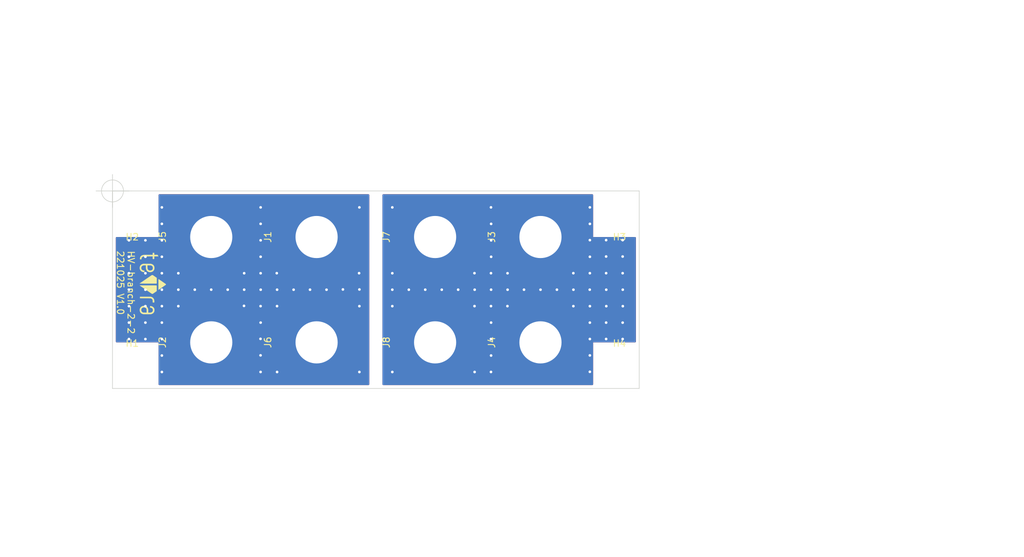
<source format=kicad_pcb>
(kicad_pcb (version 20211014) (generator pcbnew)
  (title_block (title "HV terminal branch 1-2") (date "2022-10-21") (rev "1.0") (company "teTra Aviaton Corp."))
  (layers (0 "F.Cu" signal) (31 "B.Cu" signal) (34 "B.Paste" user) (35 "F.Paste" user) (36 "B.SilkS" user "B.Silkscreen") (37 "F.SilkS" user "F.Silkscreen") (38 "B.Mask" user) (39 "F.Mask" user) (44 "Edge.Cuts" user))
  (net 0 "")
  (net 1 "VBAT+")
  (net 2 "VBAT-")
  (footprint "MountingHole:MountingHole_6.4mm_M6_Pad_TopBottom" (layer "F.Cu") (at 129 83 90)
    (fp_text reference "J8" (at 0 -7.4 90) (layer "F.SilkS"))
    (fp_text value "Conn_01x01_Female_M6_hole")
    (pad "1" thru_hole circle locked (at 0 0 90) (size 6.8 6.8) (drill 6.4) (layers *.Cu *.Mask) (net 2 "VBAT-"))
    (pad "1" connect circle locked (at 0 0 90) (size 12.8 12.8) (layers "F.Cu" "F.Mask") (net 2 "VBAT-"))
    (pad "1" connect circle locked (at 0 0 90) (size 12.8 12.8) (layers "B.Cu" "B.Mask") (net 2 "VBAT-"))
  )
  (footprint "MountingHole:MountingHole_3.2mm_M3_ISO7380" (layer "F.Cu") (at 157 87)
    (fp_text reference "H4" (at 0 -3.85) (layer "F.SilkS"))
    (fp_text value "MountingHole")
    (pad "" np_thru_hole circle locked (at 0 0) (size 3.2 3.2) (drill 3.2) (layers *.Cu *.Mask))
  )
  (footprint "kicad_teTra_footprint:teTra-logo" (layer "F.Cu") (at 85 74 -90)
    (fp_text reference "L1" hide)
    (fp_text value "Logo" hide)
    (fp_poly (pts (xy 0.222252 -3.120726) (xy 0.242807 -3.11161) (xy 0.249856 -3.103173) (xy 0.265607 -3.082082) (xy 0.289159 -3.049632) (xy 0.319611 -3.007114) (xy 0.356061 -2.955823) (xy 0.397609 -2.897051) (xy 0.443353 -2.832092) (xy 0.492393 -2.76224) (xy 0.543827 -2.688787) (xy 0.596753 -2.613027) (xy 0.650272 -2.536253) (xy 0.703481 -2.459758) (xy 0.755479 -2.384836) (xy 0.805366 -2.312781) (xy 0.85224 -2.244884) (xy 0.8952 -2.182441) (xy 0.933345 -2.126743) (xy 0.965773 -2.079084) (xy 0.991585 -2.040758) (xy 1.009877 -2.013058) (xy 1.01975 -1.997277) (xy 1.021149 -1.994568) (xy 1.020872 -1.992342) (xy 1.017586 -1.990376) (xy 1.010326 -1.988654) (xy 0.998124 -1.987158) (xy 0.980015 -1.985874) (xy 0.955032 -1.984786) (xy 0.922209 -1.983879) (xy 0.880579 -1.983135) (xy 0.829176 -1.98254) (xy 0.767035 -1.982077) (xy 0.693188 -1.981732) (xy 0.60667 -1.981488) (xy 0.506513 -1.981328) (xy 0.391753 -1.981239) (xy 0.261422 -1.981203) (xy 0.2032 -1.9812) (xy 0.066404 -1.981216) (xy -0.054429 -1.981276) (xy -0.160272 -1.981396) (xy -0.252097 -1.981592) (xy -0.330874 -1.981881) (xy -0.397576 -1.982278) (xy -0.453173 -1.982801) (xy -0.498638 -1.983466) (xy -0.534942 -1.984289) (xy -0.563056 -1.985286) (xy -0.583952 -1.986475) (xy -0.598601 -1.98787) (xy -0.607975 -1.98949) (xy -0.613046 -1.991349) (xy -0.614785 -1.993465) (xy -0.614589 -1.994985) (xy -0.608335 -2.005799) (xy -0.593377 -2.029017) (xy -0.570606 -2.063351) (xy -0.540914 -2.107514) (xy -0.505193 -2.160217) (xy -0.464333 -2.220172) (xy -0.419226 -2.286091) (xy -0.370765 -2.356684) (xy -0.319839 -2.430665) (xy -0.267341 -2.506745) (xy -0.214162 -2.583635) (xy -0.161193 -2.660047) (xy -0.109327 -2.734693) (xy -0.059454 -2.806285) (xy -0.012466 -2.873535) (xy 0.030745 -2.935154) (xy 0.069289 -2.989854) (xy 0.102273 -3.036346) (xy 0.128806 -3.073343) (xy 0.147997 -3.099556) (xy 0.158954 -3.113698) (xy 0.161029 -3.115821) (xy 0.19027 -3.123589) (xy 0.222252 -3.120726)) (layer "F.SilkS") (width 0.01) (fill solid))
    (fp_poly (pts (xy 2.870026 -1.354216) (xy 2.9022 -1.351201) (xy 2.92378 -1.343765) (xy 2.936878 -1.330499) (xy 2.943607 -1.309993) (xy 2.946078 -1.280838) (xy 2.946406 -1.241625) (xy 2.9464 -1.2319) (xy 2.946227 -1.190026) (xy 2.944245 -1.158948) (xy 2.938259 -1.137059) (xy 2.926073 -1.122749) (xy 2.905491 -1.11441) (xy 2.874319 -1.110433) (xy 2.83036 -1.10921) (xy 2.778845 -1.109134) (xy 2.708949 -1.108099) (xy 2.652433 -1.104588) (xy 2.605848 -1.097987) (xy 2.565744 -1.087684) (xy 2.528671 -1.073067) (xy 2.503103 -1.060172) (xy 2.441985 -1.017606) (xy 2.390238 -0.962224) (xy 2.349447 -0.896247) (xy 2.3212 -0.821899) (xy 2.315111 -0.7969) (xy 2.313001 -0.784267) (xy 2.311142 -0.766838) (xy 2.30952 -0.7436) (xy 2.308121 -0.713541) (xy 2.306928 -0.675646) (xy 2.305928 -0.628902) (xy 2.305106 -0.572296) (xy 2.304447 -0.504815) (xy 2.303936 -0.425446) (xy 2.303559 -0.333175) (xy 2.3033 -0.226989) (xy 2.303145 -0.105874) (xy 2.30308 0.028073) (xy 2.302953 0.182401) (xy 2.302634 0.319817) (xy 2.302123 0.440342) (xy 2.30142 0.543997) (xy 2.300524 0.630803) (xy 2.299435 0.70078) (xy 2.298153 0.753948) (xy 2.296678 0.79033) (xy 2.295009 0.809944) (xy 2.294169 0.813356) (xy 2.288904 0.820371) (xy 2.279982 0.825052) (xy 2.264329 0.827862) (xy 2.238872 0.829262) (xy 2.200537 0.829713) (xy 2.185139 0.829733) (xy 2.138358 0.82917) (xy 2.106113 0.827311) (xy 2.086039 0.823904) (xy 2.075771 0.818698) (xy 2.075126 0.817988) (xy 2.073401 0.811267) (xy 2.071901 0.795078) (xy 2.070621 0.768731) (xy 2.069555 0.731533) (xy 2.068696 0.682796) (xy 2.068039 0.621829) (xy 2.067577 0.54794) (xy 2.067305 0.460439) (xy 2.067217 0.358635) (xy 2.067305 0.241838) (xy 2.067565 0.109358) (xy 2.067896 -0.009629) (xy 2.070415 -0.8255) (xy 2.089859 -0.888768) (xy 2.128741 -0.989362) (xy 2.179968 -1.078887) (xy 2.243096 -1.156811) (xy 2.317683 -1.222601) (xy 2.403286 -1.275725) (xy 2.417233 -1.282656) (xy 2.46722 -1.304996) (xy 2.514929 -1.322041) (xy 2.564125 -1.334548) (xy 2.618577 -1.343274) (xy 2.68205 -1.348976) (xy 2.75831 -1.352411) (xy 2.765442 -1.352621) (xy 2.825144 -1.35422) (xy 2.870026 -1.354216)) (layer "F.SilkS") (width 0.01) (fill solid))
    (fp_poly (pts (xy 1.409899 -1.437874) (xy 1.452895 -1.375668) (xy 1.493309 -1.316949) (xy 1.530016 -1.263368) (xy 1.561894 -1.216576) (xy 1.58782 -1.178223) (xy 1.606669 -1.149959) (xy 1.61732 -1.133435) (xy 1.618779 -1.130957) (xy 1.635476 -1.084525) (xy 1.638507 -1.034451) (xy 1.632318 -1.001626) (xy 1.626532 -0.991174) (xy 1.611926 -0.967946) (xy 1.589176 -0.932934) (xy 1.55896 -0.887129) (xy 1.521955 -0.831522) (xy 1.478836 -0.767106) (xy 1.430282 -0.694872) (xy 1.376968 -0.615811) (xy 1.319572 -0.530915) (xy 1.25877 -0.441176) (xy 1.195239 -0.347585) (xy 1.129656 -0.251134) (xy 1.062698 -0.152814) (xy 0.995042 -0.053617) (xy 0.927364 0.045465) (xy 0.860342 0.143442) (xy 0.794651 0.23932) (xy 0.73097 0.33211) (xy 0.669974 0.420818) (xy 0.61234 0.504455) (xy 0.558746 0.582027) (xy 0.509868 0.652544) (xy 0.466383 0.715013) (xy 0.428968 0.768444) (xy 0.398299 0.811845) (xy 0.375053 0.844223) (xy 0.359908 0.864589) (xy 0.35354 0.871949) (xy 0.353483 0.871959) (xy 0.352754 0.86366) (xy 0.352049 0.839356) (xy 0.351372 0.799977) (xy 0.350728 0.746451) (xy 0.350122 0.679709) (xy 0.349558 0.600677) (xy 0.349041 0.510287) (xy 0.348576 0.409466) (xy 0.348168 0.299143) (xy 0.34782 0.180248) (xy 0.347538 0.053709) (xy 0.347327 -0.079544) (xy 0.347191 -0.218583) (xy 0.347134 -0.362478) (xy 0.347133 -0.388203) (xy 0.347177 -0.576713) (xy 0.347309 -0.748707) (xy 0.347534 -0.904601) (xy 0.347854 -1.044813) (xy 0.348272 -1.169758) (xy 0.348792 -1.279855) (xy 0.349415 -1.375519) (xy 0.350146 -1.457168) (xy 0.350988 -1.525219) (xy 0.351942 -1.580087) (xy 0.353014 -1.622191) (xy 0.354204 -1.651947) (xy 0.355517 -1.669771) (xy 0.35649 -1.675315) (xy 0.367488 -1.696481) (xy 0.38103 -1.710279) (xy 0.381334 -1.710446) (xy 0.393472 -1.712396) (xy 0.421529 -1.714122) (xy 0.464493 -1.715605) (xy 0.521349 -1.716824) (xy 0.591086 -1.71776) (xy 0.672689 -1.718394) (xy 0.765147 -1.718704) (xy 0.806092 -1.718733) (xy 1.215364 -1.718733) (xy 1.409899 -1.437874)) (layer "F.SilkS") (width 0.01) (fill solid))
    (fp_poly (pts (xy 4.097867 -1.37521) (xy 4.149836 -1.374888) (xy 4.188916 -1.373785) (xy 4.219149 -1.37144) (xy 4.244577 -1.367391) (xy 4.26924 -1.361174) (xy 4.296833 -1.352443) (xy 4.391341 -1.312737) (xy 4.474708 -1.260313) (xy 4.54697 -1.195136) (xy 4.608161 -1.117167) (xy 4.658318 -1.026369) (xy 4.696217 -0.926785) (xy 4.719804 -0.8509) (xy 4.722498 -0.293904) (xy 4.723002 -0.17975) (xy 4.723315 -0.081175) (xy 4.723414 0.003175) (xy 4.723276 0.074653) (xy 4.722879 0.134612) (xy 4.7222 0.184407) (xy 4.721217 0.225391) (xy 4.719906 0.258918) (xy 4.718246 0.286341) (xy 4.716212 0.309013) (xy 4.713784 0.328289) (xy 4.711883 0.340218) (xy 4.686637 0.441823) (xy 4.647873 0.53548) (xy 4.59661 0.619958) (xy 4.533867 0.694025) (xy 4.460662 0.756451) (xy 4.378012 0.806004) (xy 4.301067 0.837091) (xy 4.198977 0.861417) (xy 4.093567 0.870265) (xy 3.988985 0.863292) (xy 3.9878 0.863118) (xy 3.889698 0.840484) (xy 3.797888 0.80314) (xy 3.714002 0.752259) (xy 3.639675 0.689018) (xy 3.576542 0.614592) (xy 3.527028 0.531773) (xy 3.499278 0.470379) (xy 3.47941 0.413472) (xy 3.465514 0.354289) (xy 3.455682 0.286069) (xy 3.454421 0.274463) (xy 3.452822 0.235699) (xy 3.686093 0.235699) (xy 3.686673 0.242916) (xy 3.701295 0.330694) (xy 3.728292 0.409016) (xy 3.766926 0.476892) (xy 3.816459 0.53333) (xy 3.876152 0.57734) (xy 3.945267 0.607931) (xy 3.9624 0.61296) (xy 4.015545 0.622466) (xy 4.076741 0.625994) (xy 4.139095 0.623636) (xy 4.195712 0.615485) (xy 4.218961 0.609501) (xy 4.255619 0.595689) (xy 4.292818 0.57777) (xy 4.315102 0.564454) (xy 4.356324 0.529272) (xy 4.396071 0.482846) (xy 4.43022 0.430655) (xy 4.454037 0.379861) (xy 4.459667 0.363709) (xy 4.46415 0.348) (xy 4.467646 0.330554) (xy 4.470316 0.30919) (xy 4.472321 0.281727) (xy 4.473822 0.245985) (xy 4.474978 0.199783) (xy 4.475951 0.14094) (xy 4.47687 0.06985) (xy 4.479984 -0.186267) (xy 4.248371 -0.186267) (xy 4.169911 -0.186026) (xy 4.106008 -0.185103) (xy 4.054289 -0.183196) (xy 4.01238 -0.180003) (xy 3.97791 -0.175222) (xy 3.948505 -0.168552) (xy 3.921792 -0.15969) (xy 3.895399 -0.148336) (xy 3.876231 -0.138939) (xy 3.818249 -0.10036) (xy 3.769227 -0.049099) (xy 3.730332 0.01249) (xy 3.702733 0.082055) (xy 3.687598 0.157242) (xy 3.686093 0.235699) (xy 3.452822 0.235699) (xy 3.450994 0.191403) (xy 3.456931 0.105999) (xy 3.471597 0.02601) (xy 3.476114 0.009281) (xy 3.507604 -0.07258) (xy 3.55274 -0.151215) (xy 3.608999 -0.22357) (xy 3.673858 -0.286585) (xy 3.744793 -0.337205) (xy 3.776133 -0.354202) (xy 3.81522 -0.372784) (xy 3.850805 -0.387858) (xy 3.885353 -0.39983) (xy 3.921325 -0.409103) (xy 3.961185 -0.416081) (xy 4.007397 -0.42117) (xy 4.062424 -0.424773) (xy 4.128728 -0.427295) (xy 4.208772 -0.42914) (xy 4.23545 -0.429616) (xy 4.487333 -0.433909) (xy 4.487333 -0.592977) (xy 4.486349 -0.674478) (xy 4.483111 -0.74202) (xy 4.477195 -0.798476) (xy 4.468174 -0.846723) (xy 4.455622 -0.889633) (xy 4.439115 -0.930082) (xy 4.436605 -0.935417) (xy 4.397052 -0.999409) (xy 4.345578 -1.052889) (xy 4.28433 -1.094769) (xy 4.215455 -1.123959) (xy 4.141101 -1.139371) (xy 4.063416 -1.139915) (xy 4.039181 -1.136924) (xy 3.962868 -1.117371) (xy 3.896213 -1.084062) (xy 3.83959 -1.037404) (xy 3.793374 -0.977805) (xy 3.757938 -0.90567) (xy 3.733657 -0.821406) (xy 3.729789 -0.80093) (xy 3.722975 -0.766007) (xy 3.715818 -0.73684) (xy 3.709491 -0.717958) (xy 3.707332 -0.714147) (xy 3.695218 -0.709436) (xy 3.670466 -0.705888) (xy 3.637335 -0.703566) (xy 3.600085 -0.702534) (xy 3.562977 -0.702855) (xy 3.530268 -0.704592) (xy 3.50622 -0.707808) (xy 3.496733 -0.711027) (xy 3.488338 -0.725606) (xy 3.485317 -0.753208) (xy 3.487179 -0.790972) (xy 3.49343 -0.836034) (xy 3.50358 -0.885534) (xy 3.517137 -0.936609) (xy 3.53361 -0.986396) (xy 3.551513 -1.029899) (xy 3.601158 -1.120724) (xy 3.660035 -1.197608) (xy 3.728953 -1.261302) (xy 3.808723 -1.312556) (xy 3.898981 -1.351711) (xy 3.92627 -1.360866) (xy 3.949835 -1.367301) (xy 3.973647 -1.371485) (xy 4.001675 -1.373887) (xy 4.037891 -1.374976) (xy 4.086266 -1.375222) (xy 4.097867 -1.37521)) (layer "F.SilkS") (width 0.01) (fill solid))
    (fp_poly (pts (xy -4.075655 -1.951197) (xy -4.074288 -1.950417) (xy -4.070408 -1.946757) (xy -4.067252 -1.940045) (xy -4.064728 -1.928602) (xy -4.062744 -1.91075) (xy -4.061209 -1.884808) (xy -4.06003 -1.849099) (xy -4.059116 -1.801943) (xy -4.058375 -1.741661) (xy -4.057716 -1.666575) (xy -4.057542 -1.64373) (xy -4.055317 -1.3462) (xy -3.869639 -1.3462) (xy -3.804298 -1.346261) (xy -3.753939 -1.345719) (xy -3.716618 -1.343488) (xy -3.69039 -1.338479) (xy -3.673311 -1.329607) (xy -3.663436 -1.315784) (xy -3.65882 -1.295923) (xy -3.65752 -1.268938) (xy -3.657591 -1.233741) (xy -3.6576 -1.227667) (xy -3.65749 -1.191173) (xy -3.658452 -1.163038) (xy -3.662431 -1.142179) (xy -3.671369 -1.127512) (xy -3.687206 -1.117953) (xy -3.711887 -1.112418) (xy -3.747354 -1.109825) (xy -3.795548 -1.10909) (xy -3.858413 -1.109128) (xy -3.870077 -1.109133) (xy -4.056194 -1.109133) (xy -4.053327 -0.42545) (xy -4.052778 -0.300504) (xy -4.052227 -0.191323) (xy -4.051648 -0.096741) (xy -4.051012 -0.01559) (xy -4.050292 0.053298) (xy -4.049459 0.111089) (xy -4.048487 0.158952) (xy -4.047348 0.198053) (xy -4.046013 0.229561) (xy -4.044455 0.254642) (xy -4.042647 0.274463) (xy -4.04056 0.290194) (xy -4.038166 0.303) (xy -4.035773 0.312819) (xy -4.007667 0.393733) (xy -3.970513 0.460605) (xy -3.923934 0.513936) (xy -3.867551 0.554229) (xy -3.846088 0.565044) (xy -3.815624 0.57694) (xy -3.783228 0.584593) (xy -3.742935 0.589197) (xy -3.717605 0.590747) (xy -3.681353 0.59334) (xy -3.651025 0.596965) (xy -3.630942 0.601034) (xy -3.62585 0.603231) (xy -3.621078 0.61531) (xy -3.617642 0.640069) (xy -3.615552 0.673309) (xy -3.614816 0.710829) (xy -3.615441 0.74843) (xy -3.617437 0.781911) (xy -3.62081 0.807071) (xy -3.625427 0.819573) (xy -3.640119 0.825296) (xy -3.667736 0.828625) (xy -3.704457 0.829664) (xy -3.746458 0.828519) (xy -3.789918 0.825295) (xy -3.831014 0.820097) (xy -3.865923 0.81303) (xy -3.866202 0.812957) (xy -3.956476 0.781233) (xy -4.036371 0.736166) (xy -4.105809 0.677849) (xy -4.164715 0.606378) (xy -4.213013 0.521848) (xy -4.250624 0.424352) (xy -4.277474 0.313986) (xy -4.279679 0.301574) (xy -4.282117 0.285141) (xy -4.284239 0.265347) (xy -4.286066 0.241013) (xy -4.287617 0.210957) (xy -4.288913 0.173998) (xy -4.289976 0.128955) (xy -4.290826 0.074646) (xy -4.291482 0.009891) (xy -4.291966 -0.066491) (xy -4.292299 -0.155682) (xy -4.2925 -0.258863) (xy -4.29259 -0.377215) (xy -4.2926 -0.441376) (xy -4.2926 -1.109133) (xy -4.43182 -1.109133) (xy -4.488596 -1.109223) (xy -4.53065 -1.110544) (xy -4.560188 -1.114676) (xy -4.579419 -1.123201) (xy -4.590548 -1.137697) (xy -4.595784 -1.159745) (xy -4.597333 -1.190926) (xy -4.5974 -1.227667) (xy -4.597276 -1.268311) (xy -4.595431 -1.298416) (xy -4.589658 -1.319561) (xy -4.57775 -1.333328) (xy -4.5575 -1.341295) (xy -4.5267 -1.345043) (xy -4.483144 -1.346152) (xy -4.43182 -1.3462) (xy -4.2926 -1.3462) (xy -4.2926 -1.844228) (xy -4.268715 -1.864031) (xy -4.250775 -1.876275) (xy -4.222147 -1.892944) (xy -4.187524 -1.91138) (xy -4.16682 -1.921704) (xy -4.129158 -1.939317) (xy -4.103342 -1.949505) (xy -4.086474 -1.953165) (xy -4.075655 -1.951197)) (layer "F.SilkS") (width 0.01) (fill solid))
    (fp_poly (pts (xy 0.047305 -1.699211) (xy 0.067733 -1.675456) (xy 0.067733 -0.397461) (xy 0.067691 -0.251777) (xy 0.067566 -0.110779) (xy 0.067365 0.024612) (xy 0.067091 0.153471) (xy 0.06675 0.274878) (xy 0.066345 0.387908) (xy 0.065883 0.491639) (xy 0.065366 0.585149) (xy 0.064801 0.667515) (xy 0.064192 0.737815) (xy 0.063544 0.795126) (xy 0.06286 0.838524) (xy 0.062147 0.867089) (xy 0.061409 0.879896) (xy 0.061202 0.880533) (xy 0.055705 0.873683) (xy 0.041207 0.853675) (xy 0.018271 0.821323) (xy -0.012537 0.777442) (xy -0.050653 0.722847) (xy -0.095512 0.658351) (xy -0.146551 0.584769) (xy -0.203203 0.502915) (xy -0.264904 0.413604) (xy -0.331091 0.31765) (xy -0.401197 0.215868) (xy -0.474659 0.109071) (xy -0.550912 -0.001926) (xy -0.577736 -0.041004) (xy -0.65499 -0.153655) (xy -0.729668 -0.2627) (xy -0.8012 -0.367298) (xy -0.869016 -0.46661) (xy -0.932546 -0.559796) (xy -0.991219 -0.646017) (xy -1.044467 -0.724432) (xy -1.091718 -0.794203) (xy -1.132403 -0.854488) (xy -1.165951 -0.904448) (xy -1.191793 -0.943244) (xy -1.209359 -0.970035) (xy -1.218078 -0.983982) (xy -1.218904 -0.985589) (xy -1.226565 -1.023282) (xy -1.225586 -1.066986) (xy -1.216447 -1.10845) (xy -1.210967 -1.121833) (xy -1.202621 -1.136104) (xy -1.18569 -1.162547) (xy -1.161311 -1.199472) (xy -1.130621 -1.245188) (xy -1.094759 -1.298004) (xy -1.054862 -1.35623) (xy -1.012067 -1.418173) (xy -0.99737 -1.439333) (xy -0.8001 -1.722967) (xy 0.026877 -1.722967) (xy 0.047305 -1.699211)) (layer "F.SilkS") (width 0.01) (fill solid))
    (fp_poly (pts (xy -2.218867 -1.37351) (xy -2.122643 -1.355103) (xy -2.031825 -1.322792) (xy -1.947809 -1.277112) (xy -1.871992 -1.218599) (xy -1.805768 -1.147786) (xy -1.750534 -1.06521) (xy -1.735793 -1.037167) (xy -1.701447 -0.955111) (xy -1.678918 -0.87025) (xy -1.667287 -0.778344) (xy -1.665133 -0.7112) (xy -1.667199 -0.638309) (xy -1.674341 -0.576128) (xy -1.687852 -0.518859) (xy -1.709027 -0.460707) (xy -1.732535 -0.409284) (xy -1.782813 -0.324988) (xy -1.845635 -0.251553) (xy -1.919926 -0.189778) (xy -2.004608 -0.140461) (xy -2.098608 -0.104402) (xy -2.164643 -0.088365) (xy -2.193459 -0.08413) (xy -2.231415 -0.080876) (xy -2.280226 -0.078532) (xy -2.341605 -0.077029) (xy -2.417268 -0.076298) (xy -2.464545 -0.0762) (xy -2.700867 -0.0762) (xy -2.700571 0.074083) (xy -2.698842 0.164577) (xy -2.693648 0.241047) (xy -2.684401 0.306158) (xy -2.67051 0.362572) (xy -2.651388 0.412955) (xy -2.626445 0.45997) (xy -2.609433 0.486231) (xy -2.577861 0.522045) (xy -2.53499 0.556802) (xy -2.486235 0.586729) (xy -2.43701 0.608056) (xy -2.432466 0.609509) (xy -2.371991 0.622383) (xy -2.305388 0.626926) (xy -2.239351 0.623149) (xy -2.180572 0.611065) (xy -2.174252 0.609033) (xy -2.103699 0.576665) (xy -2.042726 0.530736) (xy -1.992028 0.472102) (xy -1.952302 0.401617) (xy -1.924243 0.320137) (xy -1.918387 0.294573) (xy -1.911835 0.25885) (xy -1.907064 0.225619) (xy -1.905019 0.201559) (xy -1.905 0.199928) (xy -1.903214 0.177501) (xy -1.896176 0.161917) (xy -1.881368 0.151978) (xy -1.856269 0.146481) (xy -1.818361 0.144228) (xy -1.78748 0.143933) (xy -1.739462 0.144338) (xy -1.705969 0.146904) (xy -1.68459 0.153653) (xy -1.672918 0.166612) (xy -1.668544 0.187805) (xy -1.66906 0.219255) (xy -1.670592 0.242178) (xy -1.68544 0.348646) (xy -1.713895 0.449868) (xy -1.755008 0.54387) (xy -1.807833 0.628674) (xy -1.871423 0.702306) (xy -1.90619 0.73368) (xy -1.951028 0.765692) (xy -2.005988 0.797281) (xy -2.064507 0.825125) (xy -2.120023 0.845902) (xy -2.137833 0.850967) (xy -2.181928 0.859185) (xy -2.236481 0.864931) (xy -2.295158 0.867919) (xy -2.351625 0.867861) (xy -2.399549 0.864472) (xy -2.408528 0.863217) (xy -2.508409 0.839445) (xy -2.600009 0.8012) (xy -2.682584 0.749174) (xy -2.755387 0.684058) (xy -2.817674 0.606543) (xy -2.868699 0.517322) (xy -2.907716 0.417085) (xy -2.914594 0.3937) (xy -2.918293 0.380085) (xy -2.921473 0.366932) (xy -2.924174 0.352909) (xy -2.926435 0.336681) (xy -2.928296 0.316914) (xy -2.929796 0.292276) (xy -2.930975 0.261433) (xy -2.931872 0.22305) (xy -2.932528 0.175794) (xy -2.93298 0.118332) (xy -2.93327 0.04933) (xy -2.933437 -0.032547) (xy -2.93352 -0.12863) (xy -2.933559 -0.240255) (xy -2.93356 -0.245534) (xy -2.93357 -0.313267) (xy -2.702581 -0.313267) (xy -2.486569 -0.313267) (xy -2.403064 -0.31371) (xy -2.334899 -0.315084) (xy -2.280504 -0.317458) (xy -2.238309 -0.320899) (xy -2.207153 -0.325398) (xy -2.128062 -0.348037) (xy -2.060035 -0.383446) (xy -2.00334 -0.431383) (xy -1.958244 -0.491604) (xy -1.925014 -0.563869) (xy -1.917453 -0.587674) (xy -1.908523 -0.635569) (xy -1.905161 -0.693597) (xy -1.907092 -0.756001) (xy -1.914036 -0.817022) (xy -1.925717 -0.870901) (xy -1.932047 -0.890228) (xy -1.967353 -0.962468) (xy -2.014807 -1.024074) (xy -2.073068 -1.07365) (xy -2.140793 -1.109797) (xy -2.144444 -1.111243) (xy -2.18724 -1.123065) (xy -2.240512 -1.130659) (xy -2.298279 -1.133786) (xy -2.35456 -1.132209) (xy -2.403374 -1.125691) (xy -2.417884 -1.122113) (xy -2.491121 -1.094028) (xy -2.55265 -1.054973) (xy -2.60337 -1.003998) (xy -2.64418 -0.940156) (xy -2.675978 -0.8625) (xy -2.681756 -0.843799) (xy -2.685959 -0.824905) (xy -2.689438 -0.79839) (xy -2.692294 -0.762493) (xy -2.694632 -0.715451) (xy -2.696555 -0.655503) (xy -2.698166 -0.580886) (xy -2.698582 -0.556683) (xy -2.702581 -0.313267) (xy -2.93357 -0.313267) (xy -2.933577 -0.357908) (xy -2.933542 -0.454696) (xy -2.933416 -0.537245) (xy -2.93316 -0.606901) (xy -2.932736 -0.665013) (xy -2.932105 -0.712926) (xy -2.931226 -0.751988) (xy -2.930062 -0.783546) (xy -2.928574 -0.808946) (xy -2.926722 -0.829537) (xy -2.924467 -0.846665) (xy -2.921771 -0.861676) (xy -2.918595 -0.875919) (xy -2.914899 -0.890739) (xy -2.914891 -0.890772) (xy -2.881203 -0.993825) (xy -2.835781 -1.086027) (xy -2.779257 -1.166643) (xy -2.712267 -1.234943) (xy -2.635444 -1.290193) (xy -2.549423 -1.331662) (xy -2.526024 -1.339965) (xy -2.421954 -1.366477) (xy -2.319103 -1.37748) (xy -2.218867 -1.37351)) (layer "F.SilkS") (width 0.01) (fill solid))
  )
  (footprint "MountingHole:MountingHole_3.2mm_M3_ISO7380" (layer "F.Cu") (at 83 87)
    (fp_text reference "H1" (at 0 -3.85) (layer "F.SilkS"))
    (fp_text value "MountingHole")
    (pad "" np_thru_hole circle locked (at 0 0) (size 3.2 3.2) (drill 3.2) (layers *.Cu *.Mask))
  )
  (footprint "MountingHole:MountingHole_6.4mm_M6_Pad_TopBottom" (layer "F.Cu") (at 95 67 90)
    (fp_text reference "J5" (at 0 -7.4 90) (layer "F.SilkS"))
    (fp_text value "Conn_01x01_Female_M6_hole")
    (pad "1" connect circle locked (at 0 0 90) (size 12.8 12.8) (layers "B.Cu" "B.Mask") (net 1 "VBAT+"))
    (pad "1" connect circle locked (at 0 0 90) (size 12.8 12.8) (layers "F.Cu" "F.Mask") (net 1 "VBAT+"))
    (pad "1" thru_hole circle locked (at 0 0 90) (size 6.8 6.8) (drill 6.4) (layers *.Cu *.Mask) (net 1 "VBAT+"))
  )
  (footprint "MountingHole:MountingHole_3.2mm_M3_ISO7380" (layer "F.Cu") (at 83 63)
    (fp_text reference "H2" (at 0 4) (layer "F.SilkS"))
    (fp_text value "MountingHole")
    (pad "" np_thru_hole circle locked (at 0 0) (size 3.2 3.2) (drill 3.2) (layers *.Cu *.Mask))
  )
  (footprint "MountingHole:MountingHole_6.4mm_M6_Pad_TopBottom" (layer "F.Cu") (at 111 67 90)
    (fp_text reference "J1" (at 0 -7.4 90) (layer "F.SilkS"))
    (fp_text value "Conn_01x01_Female_M6_hole")
    (pad "1" thru_hole circle locked (at 0 0 90) (size 6.8 6.8) (drill 6.4) (layers *.Cu *.Mask) (net 1 "VBAT+"))
    (pad "1" connect circle locked (at 0 0 90) (size 12.8 12.8) (layers "F.Cu" "F.Mask") (net 1 "VBAT+"))
    (pad "1" connect circle locked (at 0 0 90) (size 12.8 12.8) (layers "B.Cu" "B.Mask") (net 1 "VBAT+"))
  )
  (footprint "MountingHole:MountingHole_6.4mm_M6_Pad_TopBottom" (layer "F.Cu") (at 145 83 90)
    (fp_text reference "J4" (at 0 -7.4 90) (layer "F.SilkS"))
    (fp_text value "Conn_01x01_Female_M6_hole")
    (pad "1" connect circle locked (at 0 0 90) (size 12.8 12.8) (layers "F.Cu" "F.Mask") (net 2 "VBAT-"))
    (pad "1" thru_hole circle locked (at 0 0 90) (size 6.8 6.8) (drill 6.4) (layers *.Cu *.Mask) (net 2 "VBAT-"))
    (pad "1" connect circle locked (at 0 0 90) (size 12.8 12.8) (layers "B.Cu" "B.Mask") (net 2 "VBAT-"))
  )
  (footprint "MountingHole:MountingHole_6.4mm_M6_Pad_TopBottom" (layer "F.Cu") (at 95 83 90)
    (fp_text reference "J2" (at 0 -7.4 90) (layer "F.SilkS"))
    (fp_text value "Conn_01x01_Female_M6_hole")
    (pad "1" connect circle locked (at 0 0 90) (size 12.8 12.8) (layers "B.Cu" "B.Mask") (net 1 "VBAT+"))
    (pad "1" thru_hole circle locked (at 0 0 90) (size 6.8 6.8) (drill 6.4) (layers *.Cu *.Mask) (net 1 "VBAT+"))
    (pad "1" connect circle locked (at 0 0 90) (size 12.8 12.8) (layers "F.Cu" "F.Mask") (net 1 "VBAT+"))
  )
  (footprint "MountingHole:MountingHole_6.4mm_M6_Pad_TopBottom" (layer "F.Cu") (at 145 67 90)
    (fp_text reference "J3" (at 0 -7.4 90) (layer "F.SilkS"))
    (fp_text value "Conn_01x01_Female_M6_hole")
    (pad "1" connect circle locked (at 0 0 90) (size 12.8 12.8) (layers "B.Cu" "B.Mask") (net 2 "VBAT-"))
    (pad "1" thru_hole circle locked (at 0 0 90) (size 6.8 6.8) (drill 6.4) (layers *.Cu *.Mask) (net 2 "VBAT-"))
    (pad "1" connect circle locked (at 0 0 90) (size 12.8 12.8) (layers "F.Cu" "F.Mask") (net 2 "VBAT-"))
  )
  (footprint "MountingHole:MountingHole_6.4mm_M6_Pad_TopBottom" (layer "F.Cu") (at 111 83 90)
    (fp_text reference "J6" (at 0 -7.4 90) (layer "F.SilkS"))
    (fp_text value "Conn_01x01_Female_M6_hole")
    (pad "1" thru_hole circle locked (at 0 0 90) (size 6.8 6.8) (drill 6.4) (layers *.Cu *.Mask) (net 1 "VBAT+"))
    (pad "1" connect circle locked (at 0 0 90) (size 12.8 12.8) (layers "B.Cu" "B.Mask") (net 1 "VBAT+"))
    (pad "1" connect circle locked (at 0 0 90) (size 12.8 12.8) (layers "F.Cu" "F.Mask") (net 1 "VBAT+"))
  )
  (footprint "MountingHole:MountingHole_3.2mm_M3_ISO7380" (layer "F.Cu") (at 157 63)
    (fp_text reference "H3" (at 0 4) (layer "F.SilkS"))
    (fp_text value "MountingHole")
    (pad "" np_thru_hole circle locked (at 0 0) (size 3.2 3.2) (drill 3.2) (layers *.Cu *.Mask))
  )
  (footprint "MountingHole:MountingHole_6.4mm_M6_Pad_TopBottom" (layer "F.Cu") (at 129 67 90)
    (fp_text reference "J7" (at 0 -7.4 90) (layer "F.SilkS"))
    (fp_text value "Conn_01x01_Female_M6_hole")
    (pad "1" connect circle locked (at 0 0 90) (size 12.8 12.8) (layers "F.Cu" "F.Mask") (net 2 "VBAT-"))
    (pad "1" connect circle locked (at 0 0 90) (size 12.8 12.8) (layers "B.Cu" "B.Mask") (net 2 "VBAT-"))
    (pad "1" thru_hole circle locked (at 0 0 90) (size 6.8 6.8) (drill 6.4) (layers *.Cu *.Mask) (net 2 "VBAT-"))
  )
  (gr_line (start 160 90) (end 160 60) (layer "Edge.Cuts") (width 0.1))
  (gr_line (start 80 60) (end 160 60) (layer "Edge.Cuts") (width 0.1))
  (gr_line (start 80 60) (end 80 90) (layer "Edge.Cuts") (width 0.1))
  (gr_line (start 80 90) (end 160 90) (layer "Edge.Cuts") (width 0.1))
  (gr_text "HV-branch-2-2\n221025 V1.0" (at 82 69 270) (layer "F.SilkS") (effects (font (size 1 1)) (justify left)))
  (target plus (at 80 60) (size 5) (width 0.1) (layer "Edge.Cuts"))
  (segment (start 111 83) (end 111 67) (width 6) (layer "F.Cu") (net 1))
  (segment (start 95 83) (end 95 67) (width 6) (layer "F.Cu") (net 1))
  (segment (start 95 83) (end 111 83) (width 6) (layer "F.Cu") (net 1))
  (segment (start 111 67) (end 95 67) (width 6) (layer "F.Cu") (net 1))
  (via (at 87.5 65) (size 0.8) (drill 0.4) (layers "F.Cu" "B.Cu") (net 1))
  (via (at 107.507993 75.00379) (size 0.8) (drill 0.4) (layers "F.Cu" "B.Cu") (net 1))
  (via (at 87.5 87.5) (size 0.8) (drill 0.4) (layers "F.Cu" "B.Cu") (net 1))
  (via (at 85 82.5) (size 0.8) (drill 0.4) (layers "F.Cu" "B.Cu") (net 1))
  (via (at 114.996248 74.964918) (size 0.8) (drill 0.4) (layers "F.Cu" "B.Cu") (net 1))
  (via (at 102.480423 82.468903) (size 0.8) (drill 0.4) (layers "F.Cu" "B.Cu") (net 1))
  (via (at 102.5 80) (size 0.8) (drill 0.4) (layers "F.Cu" "B.Cu") (net 1))
  (via (at 102.492007 77.49621) (size 0.8) (drill 0.4) (layers "F.Cu" "B.Cu") (net 1))
  (via (at 87.5 82.5) (size 0.8) (drill 0.4) (layers "F.Cu" "B.Cu") (net 1))
  (via (at 85 70) (size 0.8) (drill 0.4) (layers "F.Cu" "B.Cu") (net 1))
  (via (at 87.5 67.5) (size 0.8) (drill 0.4) (layers "F.Cu" "B.Cu") (net 1))
  (via (at 102.492007 87.49621) (size 0.8) (drill 0.4) (layers "F.Cu" "B.Cu") (net 1))
  (via (at 102.5 65) (size 0.8) (drill 0.4) (layers "F.Cu" "B.Cu") (net 1))
  (via (at 82.5 67.5) (size 0.8) (drill 0.4) (layers "F.Cu" "B.Cu") (net 1))
  (via (at 85 72.5) (size 0.8) (drill 0.4) (layers "F.Cu" "B.Cu") (net 1))
  (via (at 117.5 87.5) (size 0.8) (drill 0.4) (layers "F.Cu" "B.Cu") (net 1))
  (via (at 102.5 70) (size 0.8) (drill 0.4) (layers "F.Cu" "B.Cu") (net 1))
  (via (at 87.5 62.5) (size 0.8) (drill 0.4) (layers "F.Cu" "B.Cu") (net 1))
  (via (at 82.5 77.5) (size 0.8) (drill 0.4) (layers "F.Cu" "B.Cu") (net 1))
  (via (at 102.488416 84.972693) (size 0.8) (drill 0.4) (layers "F.Cu" "B.Cu") (net 1))
  (via (at 105 75) (size 0.8) (drill 0.4) (layers "F.Cu" "B.Cu") (net 1))
  (via (at 87.5 85) (size 0.8) (drill 0.4) (layers "F.Cu" "B.Cu") (net 1))
  (via (at 85 75) (size 0.8) (drill 0.4) (layers "F.Cu" "B.Cu") (net 1))
  (via (at 100 72.5) (size 0.8) (drill 0.4) (layers "F.Cu" "B.Cu") (net 1))
  (via (at 99.974867 77.457791) (size 0.8) (drill 0.4) (layers "F.Cu" "B.Cu") (net 1))
  (via (at 104.949374 72.492625) (size 0.8) (drill 0.4) (layers "F.Cu" "B.Cu") (net 1))
  (via (at 82.5 70) (size 0.8) (drill 0.4) (layers "F.Cu" "B.Cu") (net 1))
  (via (at 117.5 77.5) (size 0.8) (drill 0.4) (layers "F.Cu" "B.Cu") (net 1))
  (via (at 87.5 80) (size 0.8) (drill 0.4) (layers "F.Cu" "B.Cu") (net 1))
  (via (at 104.992007 77.49621) (size 0.8) (drill 0.4) (layers "F.Cu" "B.Cu") (net 1))
  (via (at 82.5 80) (size 0.8) (drill 0.4) (layers "F.Cu" "B.Cu") (net 1))
  (via (at 87.5 77.5) (size 0.8) (drill 0.4) (layers "F.Cu" "B.Cu") (net 1))
  (via (at 94.992007 74.99621) (size 0.8) (drill 0.4) (layers "F.Cu" "B.Cu") (net 1))
  (via (at 102.507993 75.00379) (size 0.8) (drill 0.4) (layers "F.Cu" "B.Cu") (net 1))
  (via (at 92.5 75) (size 0.8) (drill 0.4) (layers "F.Cu" "B.Cu") (net 1))
  (via (at 82.5 82.5) (size 0.8) (drill 0.4) (layers "F.Cu" "B.Cu") (net 1))
  (via (at 117.5 62.5) (size 0.8) (drill 0.4) (layers "F.Cu" "B.Cu") (net 1))
  (via (at 90 75) (size 0.8) (drill 0.4) (layers "F.Cu" "B.Cu") (net 1))
  (via (at 117.504241 74.968708) (size 0.8) (drill 0.4) (layers "F.Cu" "B.Cu") (net 1))
  (via (at 87.5 72.5) (size 0.8) (drill 0.4) (layers "F.Cu" "B.Cu") (net 1))
  (via (at 82.5 72.5) (size 0.8) (drill 0.4) (layers "F.Cu" "B.Cu") (net 1))
  (via (at 110 75) (size 0.8) (drill 0.4) (layers "F.Cu" "B.Cu") (net 1))
  (via (at 105 87.5) (size 0.8) (drill 0.4) (layers "F.Cu" "B.Cu") (net 1))
  (via (at 112.507993 75.00379) (size 0.8) (drill 0.4) (layers "F.Cu" "B.Cu") (net 1))
  (via (at 102.5 72.5) (size 0.8) (drill 0.4) (layers "F.Cu" "B.Cu") (net 1))
  (via (at 87.5 75) (size 0.8) (drill 0.4) (layers "F.Cu" "B.Cu") (net 1))
  (via (at 100 75) (size 0.8) (drill 0.4) (layers "F.Cu" "B.Cu") (net 1))
  (via (at 102.5 62.5) (size 0.8) (drill 0.4) (layers "F.Cu" "B.Cu") (net 1))
  (via (at 117.453958 72.492625) (size 0.8) (drill 0.4) (layers "F.Cu" "B.Cu") (net 1))
  (via (at 90 72.5) (size 0.8) (drill 0.4) (layers "F.Cu" "B.Cu") (net 1))
  (via (at 102.5 67.5) (size 0.8) (drill 0.4) (layers "F.Cu" "B.Cu") (net 1))
  (via (at 90 77.5) (size 0.8) (drill 0.4) (layers "F.Cu" "B.Cu") (net 1))
  (via (at 85 77.5) (size 0.8) (drill 0.4) (layers "F.Cu" "B.Cu") (net 1))
  (via (at 85 80) (size 0.8) (drill 0.4) (layers "F.Cu" "B.Cu") (net 1))
  (via (at 85 67.5) (size 0.8) (drill 0.4) (layers "F.Cu" "B.Cu") (net 1))
  (via (at 87.5 70) (size 0.8) (drill 0.4) (layers "F.Cu" "B.Cu") (net 1))
  (via (at 82.5 75) (size 0.8) (drill 0.4) (layers "F.Cu" "B.Cu") (net 1))
  (via (at 97.5 75) (size 0.8) (drill 0.4) (layers "F.Cu" "B.Cu") (net 1))
  (segment (start 145 67) (end 145 83) (width 6) (layer "F.Cu") (net 2))
  (segment (start 145 83) (end 129 83) (width 6) (layer "F.Cu") (net 2))
  (segment (start 129 83) (end 129 67) (width 6) (layer "F.Cu") (net 2))
  (segment (start 129 67) (end 145 67) (width 6) (layer "F.Cu") (net 2))
  (via (at 127.5 75) (size 0.8) (drill 0.4) (layers "F.Cu" "B.Cu") (net 2))
  (via (at 152.507993 65.00379) (size 0.8) (drill 0.4) (layers "F.Cu" "B.Cu") (net 2))
  (via (at 154.974023 79.999999) (size 0.8) (drill 0.4) (layers "F.Cu" "B.Cu") (net 2))
  (via (at 154.992535 75.003789) (size 0.8) (drill 0.4) (layers "F.Cu" "B.Cu") (net 2))
  (via (at 122.5 77.5) (size 0.8) (drill 0.4) (layers "F.Cu" "B.Cu") (net 2))
  (via (at 152.484542 74.999999) (size 0.8) (drill 0.4) (layers "F.Cu" "B.Cu") (net 2))
  (via (at 142.5 75) (size 0.8) (drill 0.4) (layers "F.Cu" "B.Cu") (net 2))
  (via (at 125.007993 75.00379) (size 0.8) (drill 0.4) (layers "F.Cu" "B.Cu") (net 2))
  (via (at 122.5 75) (size 0.8) (drill 0.4) (layers "F.Cu" "B.Cu") (net 2))
  (via (at 157.5 75) (size 0.8) (drill 0.4) (layers "F.Cu" "B.Cu") (net 2))
  (via (at 137.484806 72.494289) (size 0.8) (drill 0.4) (layers "F.Cu" "B.Cu") (net 2))
  (via (at 135 87.5) (size 0.8) (drill 0.4) (layers "F.Cu" "B.Cu") (net 2))
  (via (at 152.507993 70.00379) (size 0.8) (drill 0.4) (layers "F.Cu" "B.Cu") (net 2))
  (via (at 137.484806 87.494289) (size 0.8) (drill 0.4) (layers "F.Cu" "B.Cu") (net 2))
  (via (at 154.974023 82.489104) (size 0.8) (drill 0.4) (layers "F.Cu" "B.Cu") (net 2))
  (via (at 137.5 80) (size 0.8) (drill 0.4) (layers "F.Cu" "B.Cu") (net 2))
  (via (at 155 77.5) (size 0.8) (drill 0.4) (layers "F.Cu" "B.Cu") (net 2))
  (via (at 152.503808 67.473892) (size 0.8) (drill 0.4) (layers "F.Cu" "B.Cu") (net 2))
  (via (at 154.974023 69.959206) (size 0.8) (drill 0.4) (layers "F.Cu" "B.Cu") (net 2))
  (via (at 130.007993 75.00379) (size 0.8) (drill 0.4) (layers "F.Cu" "B.Cu") (net 2))
  (via (at 152.503808 62.495684) (size 0.8) (drill 0.4) (layers "F.Cu" "B.Cu") (net 2))
  (via (at 152.503808 82.492894) (size 0.8) (drill 0.4) (layers "F.Cu" "B.Cu") (net 2))
  (via (at 154.974023 67.470102) (size 0.8) (drill 0.4) (layers "F.Cu" "B.Cu") (net 2))
  (via (at 137.484806 62.495684) (size 0.8) (drill 0.4) (layers "F.Cu" "B.Cu") (net 2))
  (via (at 134.976813 72.490499) (size 0.8) (drill 0.4) (layers "F.Cu" "B.Cu") (net 2))
  (via (at 137.484806 77.494289) (size 0.8) (drill 0.4) (layers "F.Cu" "B.Cu") (net 2))
  (via (at 157.482016 72.494289) (size 0.8) (drill 0.4) (layers "F.Cu" "B.Cu") (net 2))
  (via (at 150 77.5) (size 0.8) (drill 0.4) (layers "F.Cu" "B.Cu") (net 2))
  (via (at 154.974023 72.490499) (size 0.8) (drill 0.4) (layers "F.Cu" "B.Cu") (net 2))
  (via (at 140 72.5) (size 0.8) (drill 0.4) (layers "F.Cu" "B.Cu") (net 2))
  (via (at 137.484806 82.494289) (size 0.8) (drill 0.4) (layers "F.Cu" "B.Cu") (net 2))
  (via (at 157.482016 67.473892) (size 0.8) (drill 0.4) (layers "F.Cu" "B.Cu") (net 2))
  (via (at 135.007993 75.00379) (size 0.8) (drill 0.4) (layers "F.Cu" "B.Cu") (net 2))
  (via (at 152.503808 87.471102) (size 0.8) (drill 0.4) (layers "F.Cu" "B.Cu") (net 2))
  (via (at 137.5 75) (size 0.8) (drill 0.4) (layers "F.Cu" "B.Cu") (net 2))
  (via (at 157.507993 77.50379) (size 0.8) (drill 0.4) (layers "F.Cu" "B.Cu") (net 2))
  (via (at 137.507993 67.50379) (size 0.8) (drill 0.4) (layers "F.Cu" "B.Cu") (net 2))
  (via (at 140.007993 75.00379) (size 0.8) (drill 0.4) (layers "F.Cu" "B.Cu") (net 2))
  (via (at 157.482016 80.003789) (size 0.8) (drill 0.4) (layers "F.Cu" "B.Cu") (net 2))
  (via (at 157.482016 82.492894) (size 0.8) (drill 0.4) (layers "F.Cu" "B.Cu") (net 2))
  (via (at 139.984806 77.494289) (size 0.8) (drill 0.4) (layers "F.Cu" "B.Cu") (net 2))
  (via (at 137.5 85) (size 0.8) (drill 0.4) (layers "F.Cu" "B.Cu") (net 2))
  (via (at 134.984806 77.494289) (size 0.8) (drill 0.4) (layers "F.Cu" "B.Cu") (net 2))
  (via (at 152.503808 72.494289) (size 0.8) (drill 0.4) (layers "F.Cu" "B.Cu") (net 2))
  (via (at 152.503808 84.981998) (size 0.8) (drill 0.4) (layers "F.Cu" "B.Cu") (net 2))
  (via (at 137.507993 70.00379) (size 0.8) (drill 0.4) (layers "F.Cu" "B.Cu") (net 2))
  (via (at 132.5 75) (size 0.8) (drill 0.4) (layers "F.Cu" "B.Cu") (net 2))
  (via (at 122.5 62.5) (size 0.8) (drill 0.4) (layers "F.Cu" "B.Cu") (net 2))
  (via (at 137.507993 65.00379) (size 0.8) (drill 0.4) (layers "F.Cu" "B.Cu") (net 2))
  (via (at 122.5 72.5) (size 0.8) (drill 0.4) (layers "F.Cu" "B.Cu") (net 2))
  (via (at 157.482016 69.962996) (size 0.8) (drill 0.4) (layers "F.Cu" "B.Cu") (net 2))
  (via (at 149.995815 72.490499) (size 0.8) (drill 0.4) (layers "F.Cu" "B.Cu") (net 2))
  (via (at 150.007993 75.00379) (size 0.8) (drill 0.4) (layers "F.Cu" "B.Cu") (net 2))
  (via (at 122.5 87.5) (size 0.8) (drill 0.4) (layers "F.Cu" "B.Cu") (net 2))
  (via (at 152.507993 77.50379) (size 0.8) (drill 0.4) (layers "F.Cu" "B.Cu") (net 2))
  (via (at 145.007993 75.00379) (size 0.8) (drill 0.4) (layers "F.Cu" "B.Cu") (net 2))
  (via (at 152.503808 80.003789) (size 0.8) (drill 0.4) (layers "F.Cu" "B.Cu") (net 2))
  (via (at 147.5 75) (size 0.8) (drill 0.4) (layers "F.Cu" "B.Cu") (net 2))
  (zone (net 0) (net_name "") (layers F&B.Cu) (connect_pads (clearance 0)) (min_thickness 0.254)
    (keepout (tracks allowed) (vias allowed) (pads allowed) (copperpour not_allowed) (footprints allowed))
    (fill (thermal_gap 0.508) (thermal_bridge_width 0.508))
    (polygon (pts (xy 87 90) (xy 80 90) (xy 80 83) (xy 87 83)))
  )
  (zone (net 2) (net_name "VBAT-") (layers F&B.Cu) (connect_pads yes (clearance 0.508)) (min_thickness 0.254) (fill yes (thermal_gap 0.508) (thermal_bridge_width 0.508))
    (polygon (pts (xy 160 90) (xy 121 90) (xy 121 60) (xy 160 60)))
  )
  (zone (net 1) (net_name "VBAT+") (layers F&B.Cu) (connect_pads yes (clearance 0.508)) (min_thickness 0.254) (fill yes (thermal_gap 0.508) (thermal_bridge_width 0.508))
    (polygon (pts (xy 119 90) (xy 80 90) (xy 80 60) (xy 119 60)))
  )
  (zone (net 0) (net_name "") (layers F&B.Cu) (connect_pads (clearance 0)) (min_thickness 0.254)
    (keepout (tracks allowed) (vias allowed) (pads allowed) (copperpour not_allowed) (footprints allowed))
    (fill (thermal_gap 0.508) (thermal_bridge_width 0.508))
    (polygon (pts (xy 160 67) (xy 153 67) (xy 153 60) (xy 160 60)))
  )
  (zone (net 0) (net_name "") (layers F&B.Cu) (connect_pads (clearance 0)) (min_thickness 0.254)
    (keepout (tracks allowed) (vias allowed) (pads allowed) (copperpour not_allowed) (footprints allowed))
    (fill (thermal_gap 0.508) (thermal_bridge_width 0.508))
    (polygon (pts (xy 87 67) (xy 80 67) (xy 80 60) (xy 87 60)))
  )
  (zone (net 0) (net_name "") (layers F&B.Cu) (connect_pads (clearance 0)) (min_thickness 0.254)
    (keepout (tracks allowed) (vias allowed) (pads allowed) (copperpour not_allowed) (footprints allowed))
    (fill (thermal_gap 0.508) (thermal_bridge_width 0.508))
    (polygon (pts (xy 160 90) (xy 153 90) (xy 153 83) (xy 160 83)))
  )
)
</source>
